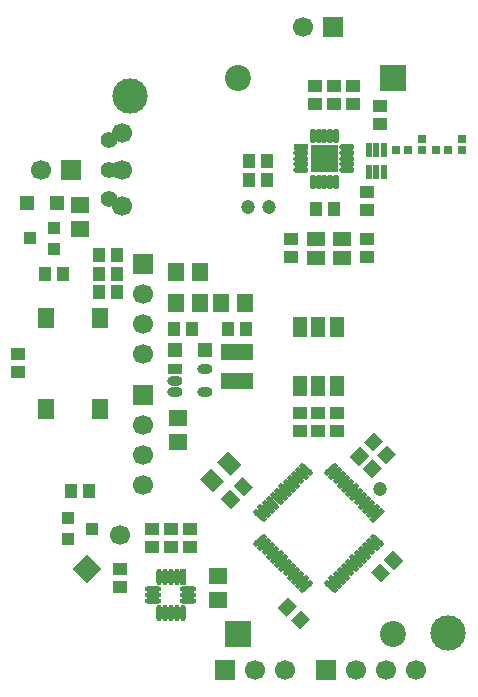
<source format=gts>
G04 #@! TF.FileFunction,Soldermask,Top*
%FSLAX46Y46*%
G04 Gerber Fmt 4.6, Leading zero omitted, Abs format (unit mm)*
G04 Created by KiCad (PCBNEW (after 2015-mar-04 BZR unknown)-product) date 12.05.2015 11:57:38*
%MOMM*%
G01*
G04 APERTURE LIST*
%ADD10C,0.100000*%
%ADD11R,2.200000X2.200000*%
%ADD12C,2.200000*%
%ADD13R,0.550000X1.200000*%
%ADD14C,1.700000*%
%ADD15R,1.200760X1.200760*%
%ADD16R,1.300000X0.835000*%
%ADD17O,1.300000X0.835000*%
%ADD18C,0.500000*%
%ADD19R,1.300000X0.480000*%
%ADD20O,1.300000X0.480000*%
%ADD21O,0.480000X1.300000*%
%ADD22R,1.300000X1.300000*%
%ADD23R,1.300000X1.800000*%
%ADD24R,1.114400X1.114400*%
%ADD25C,1.200000*%
%ADD26R,1.700000X1.700000*%
%ADD27R,1.600000X1.200000*%
%ADD28R,1.398880X1.800200*%
%ADD29R,0.499720X1.398880*%
%ADD30O,0.499720X1.398880*%
%ADD31O,1.398880X0.499720*%
%ADD32R,1.100000X1.200000*%
%ADD33R,1.200000X1.100000*%
%ADD34C,1.400000*%
%ADD35R,1.597000X1.343000*%
%ADD36R,1.343000X1.597000*%
%ADD37R,1.216000X1.089000*%
%ADD38R,1.089000X1.216000*%
%ADD39R,0.800000X0.800000*%
%ADD40R,2.800000X1.400000*%
%ADD41C,3.000000*%
G04 APERTURE END LIST*
D10*
D11*
X140283000Y-59481300D03*
D12*
X140283000Y-106481300D03*
D13*
X139552000Y-65568700D03*
X138902000Y-65568700D03*
X138252000Y-65568700D03*
X138252000Y-67368700D03*
X138902000Y-67368700D03*
X139552000Y-67368700D03*
D10*
G36*
X114359786Y-99786032D02*
X115561868Y-100988114D01*
X114359786Y-102190196D01*
X113157704Y-100988114D01*
X114359786Y-99786032D01*
X114359786Y-99786032D01*
G37*
D14*
X117188214Y-98159686D03*
D15*
X121830520Y-82463000D03*
X124431480Y-82463000D03*
X111900480Y-70000000D03*
X109299520Y-70000000D03*
D16*
X121831000Y-84113000D03*
D17*
X121831000Y-85063000D03*
X121831000Y-86013000D03*
X124431000Y-86013000D03*
X124431000Y-84113000D03*
D10*
G36*
X139269945Y-95799389D02*
X139623498Y-96152942D01*
X138633549Y-97142891D01*
X138279996Y-96789338D01*
X139269945Y-95799389D01*
X139269945Y-95799389D01*
G37*
D18*
X138916392Y-95799388D02*
X138279996Y-96435784D01*
X138562839Y-95445835D02*
X137926443Y-96082231D01*
X138209285Y-95092282D02*
X137572889Y-95728678D01*
X137855732Y-94738728D02*
X137219336Y-95375124D01*
X137502179Y-94385175D02*
X136865783Y-95021571D01*
X137148625Y-94031621D02*
X136512229Y-94668017D01*
X136795072Y-93678068D02*
X136158676Y-94314464D01*
X136441518Y-93324515D02*
X135805122Y-93960911D01*
X136087965Y-92970961D02*
X135451569Y-93607357D01*
X135734412Y-92617408D02*
X135098016Y-93253804D01*
X135380858Y-92263855D02*
X134744462Y-92900251D01*
X132623142Y-92263855D02*
X133259538Y-92900251D01*
X132269588Y-92617408D02*
X132905984Y-93253804D01*
X131916035Y-92970961D02*
X132552431Y-93607357D01*
X131562482Y-93324515D02*
X132198878Y-93960911D01*
X131208928Y-93678068D02*
X131845324Y-94314464D01*
X130855375Y-94031621D02*
X131491771Y-94668017D01*
X130501821Y-94385175D02*
X131138217Y-95021571D01*
X130148268Y-94738728D02*
X130784664Y-95375124D01*
X129794715Y-95092282D02*
X130431111Y-95728678D01*
X129441161Y-95445835D02*
X130077557Y-96082231D01*
X129087608Y-95799388D02*
X129724004Y-96435784D01*
X128734055Y-96152942D02*
X129370451Y-96789338D01*
X129370451Y-98274262D02*
X128734055Y-98910658D01*
X129724004Y-98627816D02*
X129087608Y-99264212D01*
X130077557Y-98981369D02*
X129441161Y-99617765D01*
X130431111Y-99334922D02*
X129794715Y-99971318D01*
X130784664Y-99688476D02*
X130148268Y-100324872D01*
X131138217Y-100042029D02*
X130501821Y-100678425D01*
X131491771Y-100395583D02*
X130855375Y-101031979D01*
X131845324Y-100749136D02*
X131208928Y-101385532D01*
X132198878Y-101102689D02*
X131562482Y-101739085D01*
X132552431Y-101456243D02*
X131916035Y-102092639D01*
X132905984Y-101809796D02*
X132269588Y-102446192D01*
X133259538Y-102163349D02*
X132623142Y-102799745D01*
X134744462Y-102163349D02*
X135380858Y-102799745D01*
X135098016Y-101809796D02*
X135734412Y-102446192D01*
X135451569Y-101456243D02*
X136087965Y-102092639D01*
X135805122Y-101102689D02*
X136441518Y-101739085D01*
X136158676Y-100749136D02*
X136795072Y-101385532D01*
X136512229Y-100395583D02*
X137148625Y-101031979D01*
X136865783Y-100042029D02*
X137502179Y-100678425D01*
X137219336Y-99688476D02*
X137855732Y-100324872D01*
X137572889Y-99334922D02*
X138209285Y-99971318D01*
X137926443Y-98981369D02*
X138562839Y-99617765D01*
X138279996Y-98627816D02*
X138916392Y-99264212D01*
X138633549Y-98274262D02*
X139269945Y-98910658D01*
D19*
X132552000Y-65268700D03*
D20*
X132552000Y-65768700D03*
X132552000Y-66268700D03*
X132552000Y-66768700D03*
X132552000Y-67268700D03*
D21*
X133502000Y-68218700D03*
X134002000Y-68218700D03*
X134502000Y-68218700D03*
X135002000Y-68218700D03*
X135502000Y-68218700D03*
D20*
X136452000Y-67268700D03*
X136452000Y-66768700D03*
X136452000Y-66268700D03*
X136452000Y-65768700D03*
X136452000Y-65268700D03*
D21*
X135502000Y-64318700D03*
X135002000Y-64318700D03*
X134502000Y-64318700D03*
X134002000Y-64318700D03*
X133502000Y-64318700D03*
D22*
X133952000Y-65718700D03*
X135052000Y-65718700D03*
X133952000Y-66818700D03*
X135052000Y-66818700D03*
D23*
X132400000Y-80500000D03*
X134000000Y-80500000D03*
X135600000Y-80500000D03*
X132400000Y-85500000D03*
X134000000Y-85500000D03*
X135600000Y-85500000D03*
D24*
X112784000Y-98489000D03*
X112784000Y-96711000D03*
X114816000Y-97600000D03*
X111616000Y-72111000D03*
X111616000Y-73889000D03*
X109584000Y-73000000D03*
D25*
X139177000Y-94226400D03*
X129800000Y-70400000D03*
X128000000Y-70400000D03*
D26*
X126100000Y-109600000D03*
D14*
X128640000Y-109600000D03*
X131180000Y-109600000D03*
D26*
X135200000Y-55100000D03*
D14*
X132660000Y-55100000D03*
D26*
X134600000Y-109600000D03*
D14*
X137140000Y-109600000D03*
X139680000Y-109600000D03*
X142220000Y-109600000D03*
D26*
X119146000Y-75214200D03*
D14*
X119146000Y-77754200D03*
X119146000Y-80294200D03*
X119146000Y-82834200D03*
D26*
X119146000Y-86301100D03*
D14*
X119146000Y-88841100D03*
X119146000Y-91381100D03*
X119146000Y-93921100D03*
D26*
X113086000Y-67200000D03*
D14*
X110546000Y-67200000D03*
D27*
X133802000Y-74668700D03*
X136002000Y-74668700D03*
X136002000Y-73068700D03*
X133802000Y-73068700D03*
D14*
X117400000Y-70300000D03*
X117400000Y-67200000D03*
X117400000Y-64100000D03*
D28*
X110939400Y-79739200D03*
X115460600Y-79739200D03*
X110939400Y-87460800D03*
X115460600Y-87460800D03*
D11*
X127195000Y-106481300D03*
D12*
X127195000Y-59481300D03*
D29*
X122492760Y-101701260D03*
D30*
X121992380Y-101701260D03*
X121492000Y-101701260D03*
X120991620Y-101701260D03*
X120491240Y-101701260D03*
D31*
X119990860Y-102702020D03*
X119990860Y-103202400D03*
X119990860Y-103702780D03*
D30*
X120491240Y-104703540D03*
X120991620Y-104703540D03*
X121492000Y-104703540D03*
X121992380Y-104703540D03*
X122492760Y-104703540D03*
D31*
X122993140Y-103702780D03*
X122993140Y-103202400D03*
X122993140Y-102702020D03*
D32*
X116950000Y-76000000D03*
X115450000Y-76000000D03*
X116950000Y-77600000D03*
X115450000Y-77600000D03*
X116950000Y-74400000D03*
X115450000Y-74400000D03*
D33*
X134000000Y-89350000D03*
X134000000Y-87850000D03*
X132400000Y-89350000D03*
X132400000Y-87850000D03*
X135600000Y-89350000D03*
X135600000Y-87850000D03*
X135302000Y-61618700D03*
X135302000Y-60118700D03*
X108600000Y-82850000D03*
X108600000Y-84350000D03*
X119892000Y-97652400D03*
X119892000Y-99152400D03*
X117200000Y-102550000D03*
X117200000Y-101050000D03*
D34*
X116304500Y-69700000D03*
X116304500Y-67200000D03*
X116304500Y-64700000D03*
D10*
G36*
X125071383Y-94557867D02*
X123942133Y-93428617D01*
X124891777Y-92478973D01*
X126021027Y-93608223D01*
X125071383Y-94557867D01*
X125071383Y-94557867D01*
G37*
G36*
X126508223Y-93121027D02*
X125378973Y-91991777D01*
X126328617Y-91042133D01*
X127457867Y-92171383D01*
X126508223Y-93121027D01*
X126508223Y-93121027D01*
G37*
G36*
X126579086Y-95915656D02*
X125719244Y-95055814D01*
X126489284Y-94285774D01*
X127349126Y-95145616D01*
X126579086Y-95915656D01*
X126579086Y-95915656D01*
G37*
G36*
X127656716Y-94838026D02*
X126796874Y-93978184D01*
X127566914Y-93208144D01*
X128426756Y-94067986D01*
X127656716Y-94838026D01*
X127656716Y-94838026D01*
G37*
G36*
X133293756Y-105267914D02*
X132433914Y-106127756D01*
X131663874Y-105357716D01*
X132523716Y-104497874D01*
X133293756Y-105267914D01*
X133293756Y-105267914D01*
G37*
G36*
X132216126Y-104190284D02*
X131356284Y-105050126D01*
X130586244Y-104280086D01*
X131446086Y-103420244D01*
X132216126Y-104190284D01*
X132216126Y-104190284D01*
G37*
G36*
X140293914Y-99446244D02*
X141153756Y-100306086D01*
X140383716Y-101076126D01*
X139523874Y-100216284D01*
X140293914Y-99446244D01*
X140293914Y-99446244D01*
G37*
G36*
X139216284Y-100523874D02*
X140076126Y-101383716D01*
X139306086Y-102153756D01*
X138446244Y-101293914D01*
X139216284Y-100523874D01*
X139216284Y-100523874D01*
G37*
G36*
X137846244Y-90306086D02*
X138706086Y-89446244D01*
X139476126Y-90216284D01*
X138616284Y-91076126D01*
X137846244Y-90306086D01*
X137846244Y-90306086D01*
G37*
G36*
X138923874Y-91383716D02*
X139783716Y-90523874D01*
X140553756Y-91293914D01*
X139693914Y-92153756D01*
X138923874Y-91383716D01*
X138923874Y-91383716D01*
G37*
G36*
X136646244Y-91506086D02*
X137506086Y-90646244D01*
X138276126Y-91416284D01*
X137416284Y-92276126D01*
X136646244Y-91506086D01*
X136646244Y-91506086D01*
G37*
G36*
X137723874Y-92583716D02*
X138583716Y-91723874D01*
X139353756Y-92493914D01*
X138493914Y-93353756D01*
X137723874Y-92583716D01*
X137723874Y-92583716D01*
G37*
D35*
X125492000Y-103618400D03*
X125492000Y-101586400D03*
D36*
X127747000Y-78463000D03*
X125715000Y-78463000D03*
D37*
X123092000Y-99164400D03*
X123092000Y-97640400D03*
D36*
X121915000Y-78463000D03*
X123947000Y-78463000D03*
D37*
X131702000Y-74630700D03*
X131702000Y-73106700D03*
X138102000Y-73106700D03*
X138102000Y-74630700D03*
D38*
X129664000Y-68068700D03*
X128140000Y-68068700D03*
D37*
X136902000Y-61630700D03*
X136902000Y-60106700D03*
X139174000Y-63333700D03*
X139174000Y-61809700D03*
X138102000Y-69106700D03*
X138102000Y-70630700D03*
D38*
X135336000Y-70571700D03*
X133812000Y-70571700D03*
X129664000Y-66468700D03*
X128140000Y-66468700D03*
D37*
X133702000Y-61630700D03*
X133702000Y-60106700D03*
D35*
X113800000Y-70184000D03*
X113800000Y-72216000D03*
D39*
X142774000Y-65571700D03*
X142774000Y-64571700D03*
D37*
X121492000Y-99164400D03*
X121492000Y-97640400D03*
D39*
X146174000Y-65571700D03*
X146174000Y-64571700D03*
X141574000Y-65571700D03*
X140574000Y-65571700D03*
D40*
X127131000Y-85113000D03*
X127131000Y-82613000D03*
D35*
X122131000Y-90279000D03*
X122131000Y-88247000D03*
D36*
X123947000Y-75863000D03*
X121915000Y-75863000D03*
D39*
X144974000Y-65571700D03*
X143974000Y-65571700D03*
D32*
X114550000Y-94400000D03*
X113050000Y-94400000D03*
X112350000Y-76000000D03*
X110850000Y-76000000D03*
D41*
X145000000Y-106400000D03*
X118000000Y-61000000D03*
D38*
X127893000Y-80663000D03*
X126369000Y-80663000D03*
X121769000Y-80663000D03*
X123293000Y-80663000D03*
M02*

</source>
